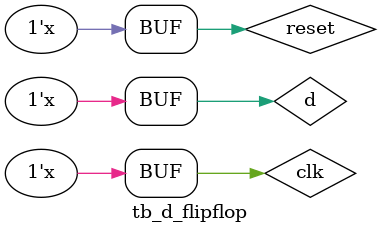
<source format=v>
`timescale 1ns / 1ps
module tb_d_flipflop();
reg d;
reg clk;
reg reset;
wire q;

d_flipflop DUT (
                .d(d), 
                .clk(clk),
                .reset(reset), 
                .q(q));

always #10 clk = ~clk;
always #20 d=~d;
always #200 reset=~reset;
initial
begin
$monitor("time=%0t, clk=%0b, d=%0b, reset=%0b, q=%0b", $time, clk, d, reset, q); 
clk = 'b0;
d='b0;
reset='b0;
end
endmodule

</source>
